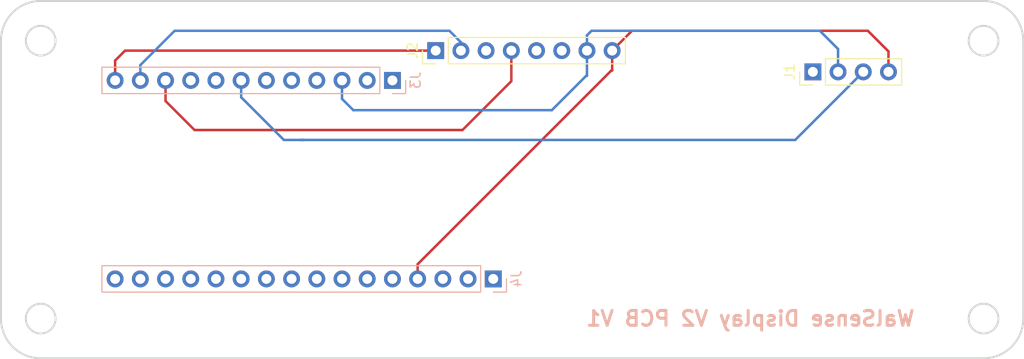
<source format=kicad_pcb>
(kicad_pcb (version 20171130) (host pcbnew 5.0.0)

  (general
    (thickness 1.6)
    (drawings 13)
    (tracks 40)
    (zones 0)
    (modules 4)
    (nets 33)
  )

  (page A4)
  (layers
    (0 F.Cu signal)
    (31 B.Cu signal)
    (32 B.Adhes user)
    (33 F.Adhes user)
    (34 B.Paste user)
    (35 F.Paste user)
    (36 B.SilkS user)
    (37 F.SilkS user)
    (38 B.Mask user)
    (39 F.Mask user)
    (40 Dwgs.User user)
    (41 Cmts.User user)
    (42 Eco1.User user)
    (43 Eco2.User user)
    (44 Edge.Cuts user)
    (45 Margin user)
    (46 B.CrtYd user)
    (47 F.CrtYd user)
    (48 B.Fab user)
    (49 F.Fab user)
  )

  (setup
    (last_trace_width 0.25)
    (trace_clearance 0.2)
    (zone_clearance 0.508)
    (zone_45_only no)
    (trace_min 0.2)
    (segment_width 0.2)
    (edge_width 0.15)
    (via_size 0.8)
    (via_drill 0.4)
    (via_min_size 0.4)
    (via_min_drill 0.3)
    (uvia_size 0.3)
    (uvia_drill 0.1)
    (uvias_allowed no)
    (uvia_min_size 0.2)
    (uvia_min_drill 0.1)
    (pcb_text_width 0.3)
    (pcb_text_size 1.5 1.5)
    (mod_edge_width 0.15)
    (mod_text_size 1 1)
    (mod_text_width 0.15)
    (pad_size 1.524 1.524)
    (pad_drill 0.762)
    (pad_to_mask_clearance 0.2)
    (aux_axis_origin 0 0)
    (grid_origin 130 70)
    (visible_elements FFFFEF7F)
    (pcbplotparams
      (layerselection 0x010fc_ffffffff)
      (usegerberextensions false)
      (usegerberattributes false)
      (usegerberadvancedattributes false)
      (creategerberjobfile false)
      (excludeedgelayer true)
      (linewidth 0.100000)
      (plotframeref false)
      (viasonmask false)
      (mode 1)
      (useauxorigin false)
      (hpglpennumber 1)
      (hpglpenspeed 20)
      (hpglpendiameter 15.000000)
      (psnegative false)
      (psa4output false)
      (plotreference true)
      (plotvalue true)
      (plotinvisibletext false)
      (padsonsilk false)
      (subtractmaskfromsilk false)
      (outputformat 1)
      (mirror false)
      (drillshape 0)
      (scaleselection 1)
      (outputdirectory "./Gerber"))
  )

  (net 0 "")
  (net 1 "Net-(J1-Pad1)")
  (net 2 /VINUSB)
  (net 3 /Button)
  (net 4 /GND)
  (net 5 /OLED-DATA)
  (net 6 /OLED_CLK)
  (net 7 "Net-(J2-Pad3)")
  (net 8 /OLED-RST)
  (net 9 "Net-(J2-Pad5)")
  (net 10 "Net-(J2-Pad6)")
  (net 11 "Net-(J3-Pad1)")
  (net 12 "Net-(J3-Pad2)")
  (net 13 "Net-(J3-Pad4)")
  (net 14 "Net-(J3-Pad5)")
  (net 15 "Net-(J3-Pad6)")
  (net 16 "Net-(J3-Pad8)")
  (net 17 "Net-(J3-Pad9)")
  (net 18 "Net-(J4-Pad1)")
  (net 19 "Net-(J4-Pad2)")
  (net 20 "Net-(J4-Pad3)")
  (net 21 "Net-(J4-Pad5)")
  (net 22 "Net-(J4-Pad6)")
  (net 23 "Net-(J4-Pad7)")
  (net 24 "Net-(J4-Pad8)")
  (net 25 "Net-(J4-Pad9)")
  (net 26 "Net-(J4-Pad10)")
  (net 27 "Net-(J4-Pad11)")
  (net 28 "Net-(J4-Pad12)")
  (net 29 "Net-(J4-Pad13)")
  (net 30 "Net-(J4-Pad14)")
  (net 31 "Net-(J4-Pad15)")
  (net 32 "Net-(J4-Pad16)")

  (net_class Default "This is the default net class."
    (clearance 0.2)
    (trace_width 0.25)
    (via_dia 0.8)
    (via_drill 0.4)
    (uvia_dia 0.3)
    (uvia_drill 0.1)
    (add_net /Button)
    (add_net /GND)
    (add_net /OLED-DATA)
    (add_net /OLED-RST)
    (add_net /OLED_CLK)
    (add_net /VINUSB)
    (add_net "Net-(J1-Pad1)")
    (add_net "Net-(J2-Pad3)")
    (add_net "Net-(J2-Pad5)")
    (add_net "Net-(J2-Pad6)")
    (add_net "Net-(J3-Pad1)")
    (add_net "Net-(J3-Pad2)")
    (add_net "Net-(J3-Pad4)")
    (add_net "Net-(J3-Pad5)")
    (add_net "Net-(J3-Pad6)")
    (add_net "Net-(J3-Pad8)")
    (add_net "Net-(J3-Pad9)")
    (add_net "Net-(J4-Pad1)")
    (add_net "Net-(J4-Pad10)")
    (add_net "Net-(J4-Pad11)")
    (add_net "Net-(J4-Pad12)")
    (add_net "Net-(J4-Pad13)")
    (add_net "Net-(J4-Pad14)")
    (add_net "Net-(J4-Pad15)")
    (add_net "Net-(J4-Pad16)")
    (add_net "Net-(J4-Pad2)")
    (add_net "Net-(J4-Pad3)")
    (add_net "Net-(J4-Pad5)")
    (add_net "Net-(J4-Pad6)")
    (add_net "Net-(J4-Pad7)")
    (add_net "Net-(J4-Pad8)")
    (add_net "Net-(J4-Pad9)")
  )

  (module Connector_PinHeader_2.54mm:PinHeader_1x04_P2.54mm_Vertical (layer F.Cu) (tedit 5BB5181D) (tstamp 5BC15B75)
    (at 200.3 69.14 90)
    (descr "Through hole straight pin header, 1x04, 2.54mm pitch, single row")
    (tags "Through hole pin header THT 1x04 2.54mm single row")
    (path /5BB4F044)
    (fp_text reference J1 (at 0 -2.33 90) (layer F.SilkS)
      (effects (font (size 1 1) (thickness 0.15)))
    )
    (fp_text value "Cap Sensor" (at 3.14 -0.11 180) (layer F.Fab)
      (effects (font (size 1 1) (thickness 0.15)))
    )
    (fp_text user %R (at 0 3.81 180) (layer F.Fab)
      (effects (font (size 1 1) (thickness 0.15)))
    )
    (fp_line (start 1.8 -1.8) (end -1.8 -1.8) (layer F.CrtYd) (width 0.05))
    (fp_line (start 1.8 9.4) (end 1.8 -1.8) (layer F.CrtYd) (width 0.05))
    (fp_line (start -1.8 9.4) (end 1.8 9.4) (layer F.CrtYd) (width 0.05))
    (fp_line (start -1.8 -1.8) (end -1.8 9.4) (layer F.CrtYd) (width 0.05))
    (fp_line (start -1.33 -1.33) (end 0 -1.33) (layer F.SilkS) (width 0.12))
    (fp_line (start -1.33 0) (end -1.33 -1.33) (layer F.SilkS) (width 0.12))
    (fp_line (start -1.33 1.27) (end 1.33 1.27) (layer F.SilkS) (width 0.12))
    (fp_line (start 1.33 1.27) (end 1.33 8.95) (layer F.SilkS) (width 0.12))
    (fp_line (start -1.33 1.27) (end -1.33 8.95) (layer F.SilkS) (width 0.12))
    (fp_line (start -1.33 8.95) (end 1.33 8.95) (layer F.SilkS) (width 0.12))
    (fp_line (start -1.27 -0.635) (end -0.635 -1.27) (layer F.Fab) (width 0.1))
    (fp_line (start -1.27 8.89) (end -1.27 -0.635) (layer F.Fab) (width 0.1))
    (fp_line (start 1.27 8.89) (end -1.27 8.89) (layer F.Fab) (width 0.1))
    (fp_line (start 1.27 -1.27) (end 1.27 8.89) (layer F.Fab) (width 0.1))
    (fp_line (start -0.635 -1.27) (end 1.27 -1.27) (layer F.Fab) (width 0.1))
    (pad 4 thru_hole oval (at 0 7.62 90) (size 1.7 1.7) (drill 1) (layers *.Cu *.Mask)
      (net 4 /GND))
    (pad 3 thru_hole oval (at 0 5.08 90) (size 1.7 1.7) (drill 1) (layers *.Cu *.Mask)
      (net 3 /Button))
    (pad 2 thru_hole oval (at 0 2.54 90) (size 1.7 1.7) (drill 1) (layers *.Cu *.Mask)
      (net 2 /VINUSB))
    (pad 1 thru_hole rect (at 0 0 90) (size 1.7 1.7) (drill 1) (layers *.Cu *.Mask)
      (net 1 "Net-(J1-Pad1)"))
    (model ${KISYS3DMOD}/Connector_PinHeader_2.54mm.3dshapes/PinHeader_1x04_P2.54mm_Vertical.wrl
      (at (xyz 0 0 0))
      (scale (xyz 1 1 1))
      (rotate (xyz 0 0 0))
    )
  )

  (module Connector_PinHeader_2.54mm:PinHeader_1x08_P2.54mm_Vertical (layer F.Cu) (tedit 5BB517D8) (tstamp 5BC15BBE)
    (at 162.3 67 90)
    (descr "Through hole straight pin header, 1x08, 2.54mm pitch, single row")
    (tags "Through hole pin header THT 1x08 2.54mm single row")
    (path /5BB4ED0D)
    (fp_text reference J2 (at 0 -2.33 90) (layer F.SilkS)
      (effects (font (size 1 1) (thickness 0.15)))
    )
    (fp_text value "OLED Display" (at 3 0.81 180) (layer F.Fab)
      (effects (font (size 1 1) (thickness 0.15)))
    )
    (fp_line (start -0.635 -1.27) (end 1.27 -1.27) (layer F.Fab) (width 0.1))
    (fp_line (start 1.27 -1.27) (end 1.27 19.05) (layer F.Fab) (width 0.1))
    (fp_line (start 1.27 19.05) (end -1.27 19.05) (layer F.Fab) (width 0.1))
    (fp_line (start -1.27 19.05) (end -1.27 -0.635) (layer F.Fab) (width 0.1))
    (fp_line (start -1.27 -0.635) (end -0.635 -1.27) (layer F.Fab) (width 0.1))
    (fp_line (start -1.33 19.11) (end 1.33 19.11) (layer F.SilkS) (width 0.12))
    (fp_line (start -1.33 1.27) (end -1.33 19.11) (layer F.SilkS) (width 0.12))
    (fp_line (start 1.33 1.27) (end 1.33 19.11) (layer F.SilkS) (width 0.12))
    (fp_line (start -1.33 1.27) (end 1.33 1.27) (layer F.SilkS) (width 0.12))
    (fp_line (start -1.33 0) (end -1.33 -1.33) (layer F.SilkS) (width 0.12))
    (fp_line (start -1.33 -1.33) (end 0 -1.33) (layer F.SilkS) (width 0.12))
    (fp_line (start -1.8 -1.8) (end -1.8 19.55) (layer F.CrtYd) (width 0.05))
    (fp_line (start -1.8 19.55) (end 1.8 19.55) (layer F.CrtYd) (width 0.05))
    (fp_line (start 1.8 19.55) (end 1.8 -1.8) (layer F.CrtYd) (width 0.05))
    (fp_line (start 1.8 -1.8) (end -1.8 -1.8) (layer F.CrtYd) (width 0.05))
    (fp_text user %R (at 0 8.89 180) (layer F.Fab)
      (effects (font (size 1 1) (thickness 0.15)))
    )
    (pad 1 thru_hole rect (at 0 0 90) (size 1.7 1.7) (drill 1) (layers *.Cu *.Mask)
      (net 5 /OLED-DATA))
    (pad 2 thru_hole oval (at 0 2.54 90) (size 1.7 1.7) (drill 1) (layers *.Cu *.Mask)
      (net 6 /OLED_CLK))
    (pad 3 thru_hole oval (at 0 5.08 90) (size 1.7 1.7) (drill 1) (layers *.Cu *.Mask)
      (net 7 "Net-(J2-Pad3)"))
    (pad 4 thru_hole oval (at 0 7.62 90) (size 1.7 1.7) (drill 1) (layers *.Cu *.Mask)
      (net 8 /OLED-RST))
    (pad 5 thru_hole oval (at 0 10.16 90) (size 1.7 1.7) (drill 1) (layers *.Cu *.Mask)
      (net 9 "Net-(J2-Pad5)"))
    (pad 6 thru_hole oval (at 0 12.7 90) (size 1.7 1.7) (drill 1) (layers *.Cu *.Mask)
      (net 10 "Net-(J2-Pad6)"))
    (pad 7 thru_hole oval (at 0 15.24 90) (size 1.7 1.7) (drill 1) (layers *.Cu *.Mask)
      (net 2 /VINUSB))
    (pad 8 thru_hole oval (at 0 17.78 90) (size 1.7 1.7) (drill 1) (layers *.Cu *.Mask)
      (net 4 /GND))
    (model ${KISYS3DMOD}/Connector_PinHeader_2.54mm.3dshapes/PinHeader_1x08_P2.54mm_Vertical.wrl
      (at (xyz 0 0 0))
      (scale (xyz 1 1 1))
      (rotate (xyz 0 0 0))
    )
  )

  (module Connector_PinHeader_2.54mm:PinHeader_1x12_P2.54mm_Vertical (layer B.Cu) (tedit 59FED5CC) (tstamp 5BC15F5E)
    (at 157.94 70 90)
    (descr "Through hole straight pin header, 1x12, 2.54mm pitch, single row")
    (tags "Through hole pin header THT 1x12 2.54mm single row")
    (path /5BB4F38E)
    (fp_text reference J3 (at 0 2.33 90) (layer B.SilkS)
      (effects (font (size 1 1) (thickness 0.15)) (justify mirror))
    )
    (fp_text value "Feather 12 Pin" (at 3 -12.94 180) (layer B.Fab)
      (effects (font (size 1 1) (thickness 0.15)) (justify mirror))
    )
    (fp_line (start -0.635 1.27) (end 1.27 1.27) (layer B.Fab) (width 0.1))
    (fp_line (start 1.27 1.27) (end 1.27 -29.21) (layer B.Fab) (width 0.1))
    (fp_line (start 1.27 -29.21) (end -1.27 -29.21) (layer B.Fab) (width 0.1))
    (fp_line (start -1.27 -29.21) (end -1.27 0.635) (layer B.Fab) (width 0.1))
    (fp_line (start -1.27 0.635) (end -0.635 1.27) (layer B.Fab) (width 0.1))
    (fp_line (start -1.33 -29.27) (end 1.33 -29.27) (layer B.SilkS) (width 0.12))
    (fp_line (start -1.33 -1.27) (end -1.33 -29.27) (layer B.SilkS) (width 0.12))
    (fp_line (start 1.33 -1.27) (end 1.33 -29.27) (layer B.SilkS) (width 0.12))
    (fp_line (start -1.33 -1.27) (end 1.33 -1.27) (layer B.SilkS) (width 0.12))
    (fp_line (start -1.33 0) (end -1.33 1.33) (layer B.SilkS) (width 0.12))
    (fp_line (start -1.33 1.33) (end 0 1.33) (layer B.SilkS) (width 0.12))
    (fp_line (start -1.8 1.8) (end -1.8 -29.75) (layer B.CrtYd) (width 0.05))
    (fp_line (start -1.8 -29.75) (end 1.8 -29.75) (layer B.CrtYd) (width 0.05))
    (fp_line (start 1.8 -29.75) (end 1.8 1.8) (layer B.CrtYd) (width 0.05))
    (fp_line (start 1.8 1.8) (end -1.8 1.8) (layer B.CrtYd) (width 0.05))
    (fp_text user %R (at 0 -13.97) (layer B.Fab)
      (effects (font (size 1 1) (thickness 0.15)) (justify mirror))
    )
    (pad 1 thru_hole rect (at 0 0 90) (size 1.7 1.7) (drill 1) (layers *.Cu *.Mask)
      (net 11 "Net-(J3-Pad1)"))
    (pad 2 thru_hole oval (at 0 -2.54 90) (size 1.7 1.7) (drill 1) (layers *.Cu *.Mask)
      (net 12 "Net-(J3-Pad2)"))
    (pad 3 thru_hole oval (at 0 -5.08 90) (size 1.7 1.7) (drill 1) (layers *.Cu *.Mask)
      (net 2 /VINUSB))
    (pad 4 thru_hole oval (at 0 -7.62 90) (size 1.7 1.7) (drill 1) (layers *.Cu *.Mask)
      (net 13 "Net-(J3-Pad4)"))
    (pad 5 thru_hole oval (at 0 -10.16 90) (size 1.7 1.7) (drill 1) (layers *.Cu *.Mask)
      (net 14 "Net-(J3-Pad5)"))
    (pad 6 thru_hole oval (at 0 -12.7 90) (size 1.7 1.7) (drill 1) (layers *.Cu *.Mask)
      (net 15 "Net-(J3-Pad6)"))
    (pad 7 thru_hole oval (at 0 -15.24 90) (size 1.7 1.7) (drill 1) (layers *.Cu *.Mask)
      (net 3 /Button))
    (pad 8 thru_hole oval (at 0 -17.78 90) (size 1.7 1.7) (drill 1) (layers *.Cu *.Mask)
      (net 16 "Net-(J3-Pad8)"))
    (pad 9 thru_hole oval (at 0 -20.32 90) (size 1.7 1.7) (drill 1) (layers *.Cu *.Mask)
      (net 17 "Net-(J3-Pad9)"))
    (pad 10 thru_hole oval (at 0 -22.86 90) (size 1.7 1.7) (drill 1) (layers *.Cu *.Mask)
      (net 8 /OLED-RST))
    (pad 11 thru_hole oval (at 0 -25.4 90) (size 1.7 1.7) (drill 1) (layers *.Cu *.Mask)
      (net 6 /OLED_CLK))
    (pad 12 thru_hole oval (at 0 -27.94 90) (size 1.7 1.7) (drill 1) (layers *.Cu *.Mask)
      (net 5 /OLED-DATA))
    (model ${KISYS3DMOD}/Connector_PinHeader_2.54mm.3dshapes/PinHeader_1x12_P2.54mm_Vertical.wrl
      (at (xyz 0 0 0))
      (scale (xyz 1 1 1))
      (rotate (xyz 0 0 0))
    )
  )

  (module Connector_PinHeader_2.54mm:PinHeader_1x16_P2.54mm_Vertical (layer B.Cu) (tedit 59FED5CC) (tstamp 5BC15D82)
    (at 168.1 90 90)
    (descr "Through hole straight pin header, 1x16, 2.54mm pitch, single row")
    (tags "Through hole pin header THT 1x16 2.54mm single row")
    (path /5BB4F65D)
    (fp_text reference J4 (at 0 2.33 90) (layer B.SilkS)
      (effects (font (size 1 1) (thickness 0.15)) (justify mirror))
    )
    (fp_text value "Feather 16 Pin" (at 3 -19.1 180) (layer B.Fab)
      (effects (font (size 1 1) (thickness 0.15)) (justify mirror))
    )
    (fp_line (start -0.635 1.27) (end 1.27 1.27) (layer B.Fab) (width 0.1))
    (fp_line (start 1.27 1.27) (end 1.27 -39.37) (layer B.Fab) (width 0.1))
    (fp_line (start 1.27 -39.37) (end -1.27 -39.37) (layer B.Fab) (width 0.1))
    (fp_line (start -1.27 -39.37) (end -1.27 0.635) (layer B.Fab) (width 0.1))
    (fp_line (start -1.27 0.635) (end -0.635 1.27) (layer B.Fab) (width 0.1))
    (fp_line (start -1.33 -39.43) (end 1.33 -39.43) (layer B.SilkS) (width 0.12))
    (fp_line (start -1.33 -1.27) (end -1.33 -39.43) (layer B.SilkS) (width 0.12))
    (fp_line (start 1.33 -1.27) (end 1.33 -39.43) (layer B.SilkS) (width 0.12))
    (fp_line (start -1.33 -1.27) (end 1.33 -1.27) (layer B.SilkS) (width 0.12))
    (fp_line (start -1.33 0) (end -1.33 1.33) (layer B.SilkS) (width 0.12))
    (fp_line (start -1.33 1.33) (end 0 1.33) (layer B.SilkS) (width 0.12))
    (fp_line (start -1.8 1.8) (end -1.8 -39.9) (layer B.CrtYd) (width 0.05))
    (fp_line (start -1.8 -39.9) (end 1.8 -39.9) (layer B.CrtYd) (width 0.05))
    (fp_line (start 1.8 -39.9) (end 1.8 1.8) (layer B.CrtYd) (width 0.05))
    (fp_line (start 1.8 1.8) (end -1.8 1.8) (layer B.CrtYd) (width 0.05))
    (fp_text user %R (at 0 -19.05) (layer B.Fab)
      (effects (font (size 1 1) (thickness 0.15)) (justify mirror))
    )
    (pad 1 thru_hole rect (at 0 0 90) (size 1.7 1.7) (drill 1) (layers *.Cu *.Mask)
      (net 18 "Net-(J4-Pad1)"))
    (pad 2 thru_hole oval (at 0 -2.54 90) (size 1.7 1.7) (drill 1) (layers *.Cu *.Mask)
      (net 19 "Net-(J4-Pad2)"))
    (pad 3 thru_hole oval (at 0 -5.08 90) (size 1.7 1.7) (drill 1) (layers *.Cu *.Mask)
      (net 20 "Net-(J4-Pad3)"))
    (pad 4 thru_hole oval (at 0 -7.62 90) (size 1.7 1.7) (drill 1) (layers *.Cu *.Mask)
      (net 4 /GND))
    (pad 5 thru_hole oval (at 0 -10.16 90) (size 1.7 1.7) (drill 1) (layers *.Cu *.Mask)
      (net 21 "Net-(J4-Pad5)"))
    (pad 6 thru_hole oval (at 0 -12.7 90) (size 1.7 1.7) (drill 1) (layers *.Cu *.Mask)
      (net 22 "Net-(J4-Pad6)"))
    (pad 7 thru_hole oval (at 0 -15.24 90) (size 1.7 1.7) (drill 1) (layers *.Cu *.Mask)
      (net 23 "Net-(J4-Pad7)"))
    (pad 8 thru_hole oval (at 0 -17.78 90) (size 1.7 1.7) (drill 1) (layers *.Cu *.Mask)
      (net 24 "Net-(J4-Pad8)"))
    (pad 9 thru_hole oval (at 0 -20.32 90) (size 1.7 1.7) (drill 1) (layers *.Cu *.Mask)
      (net 25 "Net-(J4-Pad9)"))
    (pad 10 thru_hole oval (at 0 -22.86 90) (size 1.7 1.7) (drill 1) (layers *.Cu *.Mask)
      (net 26 "Net-(J4-Pad10)"))
    (pad 11 thru_hole oval (at 0 -25.4 90) (size 1.7 1.7) (drill 1) (layers *.Cu *.Mask)
      (net 27 "Net-(J4-Pad11)"))
    (pad 12 thru_hole oval (at 0 -27.94 90) (size 1.7 1.7) (drill 1) (layers *.Cu *.Mask)
      (net 28 "Net-(J4-Pad12)"))
    (pad 13 thru_hole oval (at 0 -30.48 90) (size 1.7 1.7) (drill 1) (layers *.Cu *.Mask)
      (net 29 "Net-(J4-Pad13)"))
    (pad 14 thru_hole oval (at 0 -33.02 90) (size 1.7 1.7) (drill 1) (layers *.Cu *.Mask)
      (net 30 "Net-(J4-Pad14)"))
    (pad 15 thru_hole oval (at 0 -35.56 90) (size 1.7 1.7) (drill 1) (layers *.Cu *.Mask)
      (net 31 "Net-(J4-Pad15)"))
    (pad 16 thru_hole oval (at 0 -38.1 90) (size 1.7 1.7) (drill 1) (layers *.Cu *.Mask)
      (net 32 "Net-(J4-Pad16)"))
    (model ${KISYS3DMOD}/Connector_PinHeader_2.54mm.3dshapes/PinHeader_1x16_P2.54mm_Vertical.wrl
      (at (xyz 0 0 0))
      (scale (xyz 1 1 1))
      (rotate (xyz 0 0 0))
    )
  )

  (gr_text "WalSense Display V2 PCB V1" (at 194 94) (layer B.SilkS)
    (effects (font (size 1.5 1.5) (thickness 0.3)) (justify mirror))
  )
  (gr_circle (center 217.5 94) (end 216 94) (layer Edge.Cuts) (width 0.2) (tstamp 5BC15337))
  (gr_arc (start 122.5 66) (end 122.5 62) (angle -90) (layer Edge.Cuts) (width 0.2) (tstamp 5BC1533A))
  (gr_circle (center 217.5 66) (end 216 66) (layer Edge.Cuts) (width 0.2) (tstamp 5BC1533D))
  (gr_arc (start 217.5 94) (end 217.5 98) (angle -90) (layer Edge.Cuts) (width 0.2) (tstamp 5BC15340))
  (gr_arc (start 122.5 94) (end 118.5 94) (angle -90) (layer Edge.Cuts) (width 0.2) (tstamp 5BC15343))
  (gr_arc (start 217.5 66) (end 221.5 66) (angle -90) (layer Edge.Cuts) (width 0.2) (tstamp 5BC15346))
  (gr_line (start 118.5 94) (end 118.5 66) (layer Edge.Cuts) (width 0.2) (tstamp 5BC15349))
  (gr_line (start 221.5 66) (end 221.5 94) (layer Edge.Cuts) (width 0.2) (tstamp 5BC1534C))
  (gr_line (start 122.5 62) (end 217.5 62) (layer Edge.Cuts) (width 0.2) (tstamp 5BC1534F))
  (gr_circle (center 122.5 94) (end 121 94) (layer Edge.Cuts) (width 0.2) (tstamp 5BC15352))
  (gr_circle (center 122.5 66) (end 121 66) (layer Edge.Cuts) (width 0.2) (tstamp 5BC15355))
  (gr_line (start 217.5 98) (end 122.5 98) (layer Edge.Cuts) (width 0.2) (tstamp 5BC15358))

  (segment (start 154 73) (end 152.86 71.86) (width 0.25) (layer B.Cu) (net 2))
  (segment (start 174 73) (end 154 73) (width 0.25) (layer B.Cu) (net 2))
  (segment (start 152.86 71.86) (end 152.86 70) (width 0.25) (layer B.Cu) (net 2))
  (segment (start 177.46 69.54) (end 174 73) (width 0.25) (layer B.Cu) (net 2))
  (segment (start 202.84 66.84) (end 202.84 69.14) (width 0.25) (layer B.Cu) (net 2))
  (segment (start 201 65) (end 202.84 66.84) (width 0.25) (layer B.Cu) (net 2))
  (segment (start 178 65) (end 201 65) (width 0.25) (layer B.Cu) (net 2))
  (segment (start 177.54 69.54) (end 177.46 69.54) (width 0.25) (layer B.Cu) (net 2))
  (segment (start 177.54 67) (end 177.54 69.54) (width 0.25) (layer B.Cu) (net 2))
  (segment (start 177.54 65.46) (end 178 65) (width 0.25) (layer B.Cu) (net 2))
  (segment (start 177.54 67) (end 177.54 65.46) (width 0.25) (layer B.Cu) (net 2))
  (segment (start 204.530001 69.989999) (end 205.38 69.14) (width 0.25) (layer B.Cu) (net 3))
  (segment (start 198.52 76) (end 204.530001 69.989999) (width 0.25) (layer B.Cu) (net 3))
  (segment (start 142.7 70) (end 142.7 71.7) (width 0.25) (layer B.Cu) (net 3))
  (segment (start 147 76) (end 149 76) (width 0.25) (layer B.Cu) (net 3))
  (segment (start 142.7 71.7) (end 147 76) (width 0.25) (layer B.Cu) (net 3))
  (segment (start 148.7 76) (end 149 76) (width 0.25) (layer B.Cu) (net 3))
  (segment (start 149 76) (end 198.52 76) (width 0.25) (layer B.Cu) (net 3))
  (segment (start 160.48 90) (end 160.48 88.52) (width 0.25) (layer F.Cu) (net 4))
  (segment (start 180 69) (end 180.08 69) (width 0.25) (layer F.Cu) (net 4))
  (segment (start 160.48 88.52) (end 180 69) (width 0.25) (layer F.Cu) (net 4))
  (segment (start 180.08 67) (end 180.08 69) (width 0.25) (layer F.Cu) (net 4))
  (segment (start 207.92 69.14) (end 207.92 67.08) (width 0.25) (layer F.Cu) (net 4))
  (segment (start 207.92 67.08) (end 205.84 65) (width 0.25) (layer F.Cu) (net 4))
  (segment (start 182.08 65) (end 180.08 67) (width 0.25) (layer F.Cu) (net 4))
  (segment (start 205.84 65) (end 182.08 65) (width 0.25) (layer F.Cu) (net 4))
  (segment (start 130 70) (end 130 68) (width 0.25) (layer F.Cu) (net 5))
  (segment (start 130 68) (end 131 67) (width 0.25) (layer F.Cu) (net 5))
  (segment (start 131 67) (end 133 67) (width 0.25) (layer F.Cu) (net 5))
  (segment (start 162.3 67) (end 133 67) (width 0.25) (layer F.Cu) (net 5))
  (segment (start 132.54 70) (end 132.54 68.46) (width 0.25) (layer B.Cu) (net 6))
  (segment (start 132.54 68.46) (end 136 65) (width 0.25) (layer B.Cu) (net 6))
  (segment (start 136 65) (end 163.68 65) (width 0.25) (layer B.Cu) (net 6))
  (segment (start 163.68 65) (end 164.84 66.16) (width 0.25) (layer B.Cu) (net 6))
  (segment (start 164.84 66.16) (end 164.84 67) (width 0.25) (layer B.Cu) (net 6))
  (segment (start 138 75) (end 165 75) (width 0.25) (layer F.Cu) (net 8))
  (segment (start 135.08 70) (end 135.08 72.08) (width 0.25) (layer F.Cu) (net 8))
  (segment (start 135.08 72.08) (end 138 75) (width 0.25) (layer F.Cu) (net 8))
  (segment (start 165 75) (end 169.92 70.08) (width 0.25) (layer F.Cu) (net 8))
  (segment (start 169.92 70.08) (end 169.92 67) (width 0.25) (layer F.Cu) (net 8))

)

</source>
